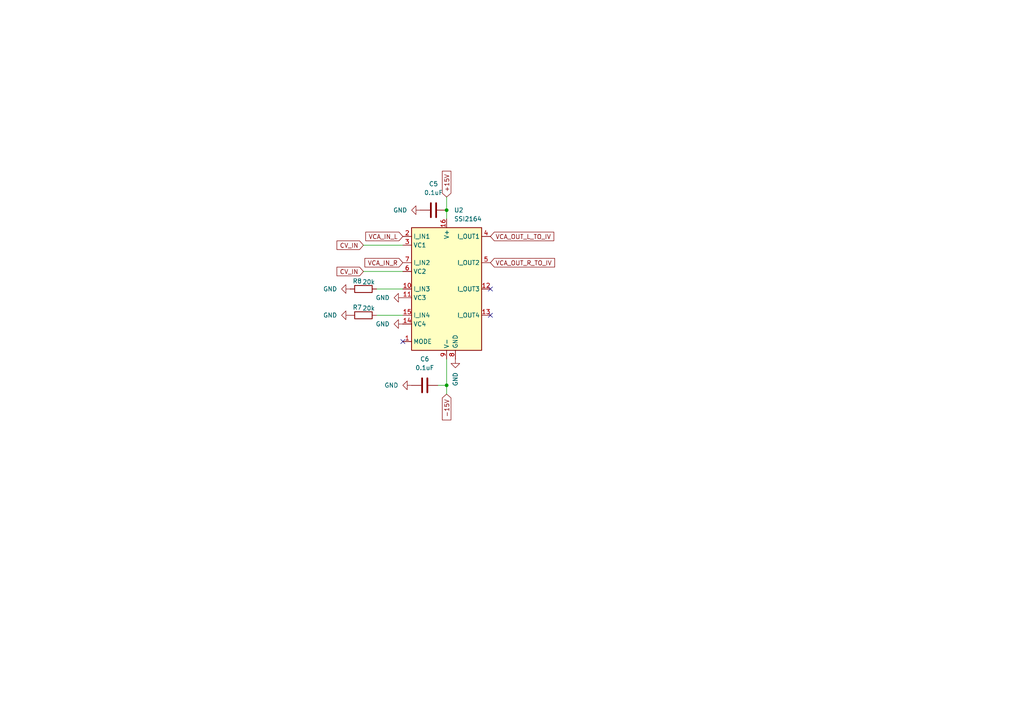
<source format=kicad_sch>
(kicad_sch (version 20250114) (generator "eeschema") (generator_version "9.0")
  (paper "A4")
  (title_block (title "AI-Designed-Stereo-Compressor-Preamp") (comment 1 "SSI2164 VCA Core"))
  (lib_symbols
    (symbol "Audio:SSI2164"
      (property "Reference" "U" (at -7.62 19.05 0))
      (property "Value" "SSI2164" (at 5.08 19.05 0))
      (symbol "SSI2164_0_1"
        (rectangle (start -10.16 17.78) (end 10.16 -17.78) (stroke (width 0.254)) (fill (type background)))
      )
      (symbol "SSI2164_1_1"
        (pin input line (at -12.7 15.24 0) (length 2.54) (name "I_IN1") (number "2"))
        (pin passive line (at -12.7 12.7 0) (length 2.54) (name "VC1") (number "3"))
        (pin input line (at -12.7 7.62 0) (length 2.54) (name "I_IN2") (number "7"))
        (pin passive line (at -12.7 5.08 0) (length 2.54) (name "VC2") (number "6"))
        (pin input line (at -12.7 0 0) (length 2.54) (name "I_IN3") (number "10"))
        (pin passive line (at -12.7 -2.54 0) (length 2.54) (name "VC3") (number "11"))
        (pin input line (at -12.7 -7.62 0) (length 2.54) (name "I_IN4") (number "15"))
        (pin passive line (at -12.7 -10.16 0) (length 2.54) (name "VC4") (number "14"))
        (pin passive line (at -12.7 -15.24 0) (length 2.54) (name "MODE") (number "1"))
        (pin power_in line (at 0 20.32 270) (length 2.54) (name "V+") (number "16"))
        (pin power_in line (at 0 -20.32 90) (length 2.54) (name "V-") (number "9"))
        (pin power_in line (at 2.54 -20.32 90) (length 2.54) (name "GND") (number "8"))
        (pin output line (at 12.7 15.24 180) (length 2.54) (name "I_OUT1") (number "4"))
        (pin output line (at 12.7 7.62 180) (length 2.54) (name "I_OUT2") (number "5"))
        (pin output line (at 12.7 0 180) (length 2.54) (name "I_OUT3") (number "12"))
        (pin output line (at 12.7 -7.62 180) (length 2.54) (name "I_OUT4") (number "13"))
      )
    )
    (symbol "Device:C" (pin_numbers (hide yes)) (pin_names (offset 0.254))
      (property "Reference" "C" (at 0.635 2.54 0))
      (property "Value" "C" (at 0.635 -2.54 0))
      (symbol "C_0_1"
        (polyline (pts (xy -2.032 0.762) (xy 2.032 0.762)) (stroke (width 0.508)))
        (polyline (pts (xy -2.032 -0.762) (xy 2.032 -0.762)) (stroke (width 0.508)))
      )
      (symbol "C_1_1"
        (pin passive line (at 0 3.81 270) (length 2.794) (name "~") (number "1"))
        (pin passive line (at 0 -3.81 90) (length 2.794) (name "~") (number "2"))
      )
    )
    (symbol "Device:R" (pin_numbers (hide yes)) (pin_names (offset 0))
      (property "Reference" "R" (at 2.032 0 90))
      (property "Value" "R" (at 0 0 90))
      (symbol "R_0_1"
        (rectangle (start -1.016 -2.54) (end 1.016 2.54) (stroke (width 0.254)))
      )
      (symbol "R_1_1"
        (pin passive line (at 0 3.81 270) (length 1.27) (name "~") (number "1"))
        (pin passive line (at 0 -3.81 90) (length 1.27) (name "~") (number "2"))
      )
    )
    (symbol "power:GND" (power) (pin_numbers (hide yes)) (pin_names (offset 0) (hide yes))
      (property "Value" "GND" (at 0 -3.81 0))
      (symbol "GND_0_1"
        (polyline (pts (xy 0 0) (xy 0 -1.27) (xy 1.27 -1.27) (xy 0 -2.54) (xy -1.27 -1.27) (xy 0 -1.27)))
      )
      (symbol "GND_1_1"
        (pin power_in line (at 0 0 270) (length 0) (name "~") (number "1"))
      )
    )
  )
  (junction (at 129.54 111.76))
  (junction (at 129.54 60.96))
  (no_connect (at 116.84 99.06))
  (no_connect (at 142.24 91.44))
  (no_connect (at 142.24 83.82))
  (wire (pts (xy 129.54 60.96) (xy 129.54 63.5)))
  (wire (pts (xy 109.22 83.82) (xy 116.84 83.82)))
  (wire (pts (xy 109.22 91.44) (xy 116.84 91.44)))
  (wire (pts (xy 127 111.76) (xy 129.54 111.76)))
  (wire (pts (xy 129.54 111.76) (xy 129.54 114.3)))
  (wire (pts (xy 129.54 104.14) (xy 129.54 111.76)))
  (wire (pts (xy 129.54 57.15) (xy 129.54 60.96)))
  (wire (pts (xy 105.41 71.12) (xy 116.84 71.12)))
  (wire (pts (xy 105.41 78.74) (xy 116.84 78.74)))
  (global_label "VCA_OUT_R_TO_IV" (shape input) (at 142.24 76.2 0) (effects (font (thickness 0.1588))) (property "Intersheetrefs" "${INTERSHEET_REFS}" (effects (hide yes))))
  (global_label "-15V" (shape input) (at 129.54 114.3 270) (property "Intersheetrefs" "${INTERSHEET_REFS}" (effects (hide yes))))
  (global_label "+15V" (shape input) (at 129.54 57.15 90) (property "Intersheetrefs" "${INTERSHEET_REFS}" (effects (hide yes))))
  (global_label "VCA_IN_L" (shape input) (at 116.84 68.58 180) (effects (font (thickness 0.1588))) (property "Intersheetrefs" "${INTERSHEET_REFS}" (effects (hide yes))))
  (global_label "CV_IN" (shape input) (at 105.41 71.12 180) (effects (font (thickness 0.1588))) (property "Intersheetrefs" "${INTERSHEET_REFS}" (effects (hide yes))))
  (global_label "VCA_OUT_L_TO_IV" (shape input) (at 142.24 68.58 0) (effects (font (thickness 0.1588))) (property "Intersheetrefs" "${INTERSHEET_REFS}" (effects (hide yes))))
  (global_label "VCA_IN_R" (shape input) (at 116.84 76.2 180) (effects (font (thickness 0.1588))) (property "Intersheetrefs" "${INTERSHEET_REFS}" (effects (hide yes))))
  (global_label "CV_IN" (shape input) (at 105.41 78.74 180) (effects (font (thickness 0.1588))) (property "Intersheetrefs" "${INTERSHEET_REFS}" (effects (hide yes))))
  (symbol (lib_id "power:GND") (at 116.84 86.36 270) (unit 1)
    (property "Reference" "#PWR011" (effects (hide yes)))
    (property "Value" "GND" (at 113.03 86.3599 90) (effects (justify right)))
    (property "Description" "Power symbol creates a global label with name \"GND\" , ground" (effects (hide yes)))
  )
  (symbol (lib_id "Device:R") (at 105.41 91.44 90) (unit 1)
    (property "Reference" "R7" (at 103.632 89.154 90))
    (property "Value" "20k" (at 106.934 89.408 90))
    (property "Footprint" "Resistor_THT:R_Axial_DIN0207_L6.3mm_D2.5mm_P2.54mm_Vertical" (effects (hide yes)))
    (property "Description" "Resistor" (effects (hide yes)))
  )
  (symbol (lib_id "Device:C") (at 125.73 60.96 270) (unit 1)
    (property "Reference" "C5" (at 125.73 53.34 90))
    (property "Value" "0.1uF" (at 125.73 55.88 90))
    (property "Footprint" "Capacitor_THT:C_Disc_D4.3mm_W1.9mm_P5.00mm" (effects (hide yes)))
    (property "Description" "ceramic capacitor" (effects (hide yes)))
  )
  (symbol (lib_id "power:GND") (at 116.84 93.98 270) (unit 1)
    (property "Reference" "#PWR010" (effects (hide yes)))
    (property "Value" "GND" (at 113.03 93.9799 90) (effects (justify right)))
    (property "Description" "Power symbol creates a global label with name \"GND\" , ground" (effects (hide yes)))
  )
  (symbol (lib_id "power:GND") (at 132.08 104.14 0) (unit 1)
    (property "Reference" "#PWR07" (effects (hide yes)))
    (property "Value" "GND" (at 132.0801 107.95 90) (effects (justify right)))
    (property "Description" "Power symbol creates a global label with name \"GND\" , ground" (effects (hide yes)))
  )
  (symbol (lib_id "power:GND") (at 101.6 91.44 270) (unit 1)
    (property "Reference" "#PWR09" (effects (hide yes)))
    (property "Value" "GND" (at 97.79 91.4399 90) (effects (justify right)))
    (property "Description" "Power symbol creates a global label with name \"GND\" , ground" (effects (hide yes)))
  )
  (symbol (lib_id "Device:R") (at 105.41 83.82 90) (unit 1)
    (property "Reference" "R8" (at 103.632 81.534 90))
    (property "Value" "20k" (at 106.934 81.788 90))
    (property "Footprint" "Resistor_THT:R_Axial_DIN0207_L6.3mm_D2.5mm_P2.54mm_Vertical" (effects (hide yes)))
    (property "Description" "Resistor" (effects (hide yes)))
  )
  (symbol (lib_id "power:GND") (at 121.92 60.96 270) (unit 1)
    (property "Reference" "#PWR08" (effects (hide yes)))
    (property "Value" "GND" (at 118.11 60.9599 90) (effects (justify right)))
    (property "Description" "Power symbol creates a global label with name \"GND\" , ground" (effects (hide yes)))
  )
  (symbol (lib_id "Audio:SSI2164") (at 129.54 83.82 0) (unit 1)
    (property "Reference" "U2" (at 131.6833 60.96 0) (effects (justify left)))
    (property "Value" "SSI2164" (at 131.6833 63.5 0) (effects (justify left)))
    (property "Footprint" "Package_SO:SOIC-16_3.9x9.9mm_P1.27mm" (effects (hide yes)))
    (property "Datasheet" "http://www.soundsemiconductor.com/downloads/ssi2164datasheet.pdf" (effects (hide yes)))
    (property "Description" "Quad VCA, SOIC-16" (effects (hide yes)))
  )
  (symbol (lib_id "power:GND") (at 119.38 111.76 270) (unit 1)
    (property "Reference" "#PWR013" (effects (hide yes)))
    (property "Value" "GND" (at 115.57 111.7599 90) (effects (justify right)))
    (property "Description" "Power symbol creates a global label with name \"GND\" , ground" (effects (hide yes)))
  )
  (symbol (lib_id "power:GND") (at 101.6 83.82 270) (unit 1)
    (property "Reference" "#PWR012" (effects (hide yes)))
    (property "Value" "GND" (at 97.79 83.8199 90) (effects (justify right)))
    (property "Description" "Power symbol creates a global label with name \"GND\" , ground" (effects (hide yes)))
  )
  (symbol (lib_id "Device:C") (at 123.19 111.76 270) (unit 1)
    (property "Reference" "C6" (at 123.19 104.14 90))
    (property "Value" "0.1uF" (at 123.19 106.68 90))
    (property "Footprint" "Capacitor_THT:C_Disc_D4.3mm_W1.9mm_P5.00mm" (effects (hide yes)))
    (property "Description" "ceramic capacitor" (effects (hide yes)))
  )
)
</source>
